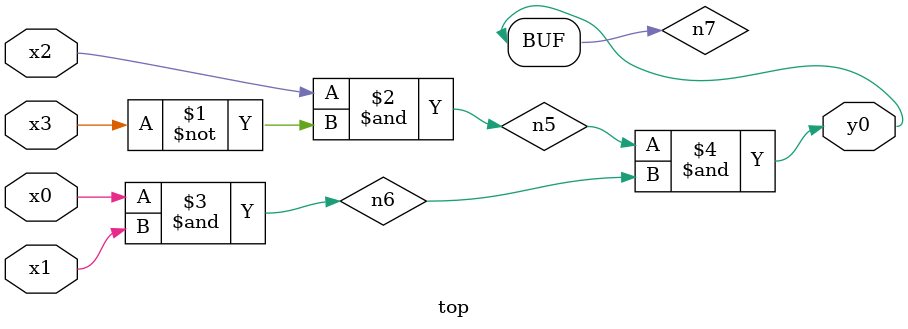
<source format=v>
module top( x0 , x1 , x2 , x3 , y0 );
  input x0 , x1 , x2 , x3 ;
  output y0 ;
  wire n5 , n6 , n7 ;
  assign n5 = x2 & ~x3 ;
  assign n6 = x0 & x1 ;
  assign n7 = n5 & n6 ;
  assign y0 = n7 ;
endmodule

</source>
